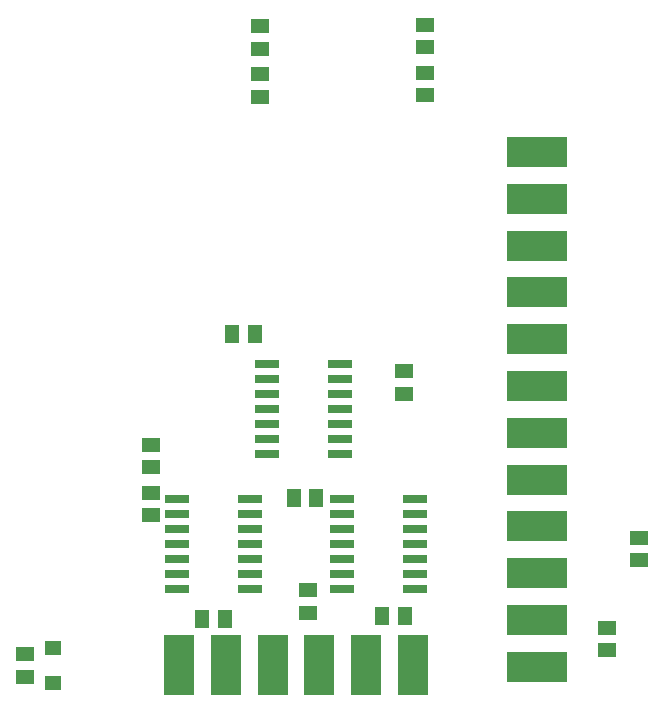
<source format=gbp>
G04 EAGLE Gerber RS-274X export*
G75*
%MOMM*%
%FSLAX34Y34*%
%LPD*%
%INBottom Paste*%
%IPPOS*%
%AMOC8*
5,1,8,0,0,1.08239X$1,22.5*%
G01*
%ADD10R,1.400000X1.200000*%
%ADD11R,1.500000X1.300000*%
%ADD12R,5.080000X2.540000*%
%ADD13R,1.300000X1.500000*%
%ADD14R,2.540000X5.080000*%
%ADD15R,2.032000X0.660400*%


D10*
X170380Y103300D03*
X170380Y73300D03*
D11*
X146250Y78800D03*
X146250Y97800D03*
X639320Y120390D03*
X639320Y101390D03*
D12*
X580260Y523000D03*
X580260Y483400D03*
X580260Y443800D03*
X580260Y404200D03*
X580260Y364600D03*
X580260Y325000D03*
X580260Y285400D03*
X580260Y245800D03*
X580260Y206200D03*
X580260Y166600D03*
X580260Y127000D03*
X580260Y87400D03*
D11*
X665990Y177590D03*
X665990Y196590D03*
D13*
X341100Y368800D03*
X322100Y368800D03*
X393170Y230370D03*
X374170Y230370D03*
D11*
X252860Y256430D03*
X252860Y275430D03*
D14*
X277050Y88760D03*
X316650Y88760D03*
X356250Y88760D03*
X395850Y88760D03*
X435450Y88760D03*
X475050Y88760D03*
D15*
X413134Y343400D03*
X351666Y343400D03*
X413134Y330700D03*
X413134Y318000D03*
X351666Y330700D03*
X351666Y318000D03*
X413134Y305300D03*
X351666Y305300D03*
X413134Y292600D03*
X413134Y279900D03*
X351666Y292600D03*
X351666Y279900D03*
X413134Y267200D03*
X351666Y267200D03*
X476634Y229100D03*
X415166Y229100D03*
X476634Y216400D03*
X476634Y203700D03*
X415166Y216400D03*
X415166Y203700D03*
X476634Y191000D03*
X415166Y191000D03*
X476634Y178300D03*
X476634Y165600D03*
X415166Y178300D03*
X415166Y165600D03*
X476634Y152900D03*
X415166Y152900D03*
X336934Y229100D03*
X275466Y229100D03*
X336934Y216400D03*
X336934Y203700D03*
X275466Y216400D03*
X275466Y203700D03*
X336934Y191000D03*
X275466Y191000D03*
X336934Y178300D03*
X336934Y165600D03*
X275466Y178300D03*
X275466Y165600D03*
X336934Y152900D03*
X275466Y152900D03*
D11*
X345570Y570120D03*
X345570Y589120D03*
X345570Y629760D03*
X345570Y610760D03*
D13*
X296700Y127500D03*
X315700Y127500D03*
D11*
X386210Y152240D03*
X386210Y133240D03*
X485270Y571390D03*
X485270Y590390D03*
X485270Y631030D03*
X485270Y612030D03*
X252860Y215790D03*
X252860Y234790D03*
D13*
X468100Y130040D03*
X449100Y130040D03*
D11*
X467490Y318660D03*
X467490Y337660D03*
M02*

</source>
